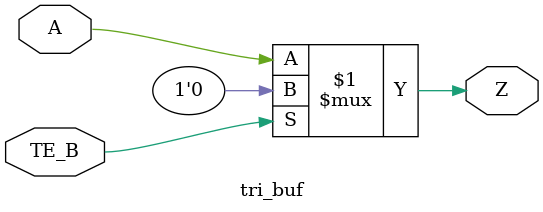
<source format=v>

module tri_buf (
    inout wire A,
    output wire Z,
    input wire TE_B
);

    assign Z = (TE_B) ? 1'b0 : A;

endmodule
</source>
